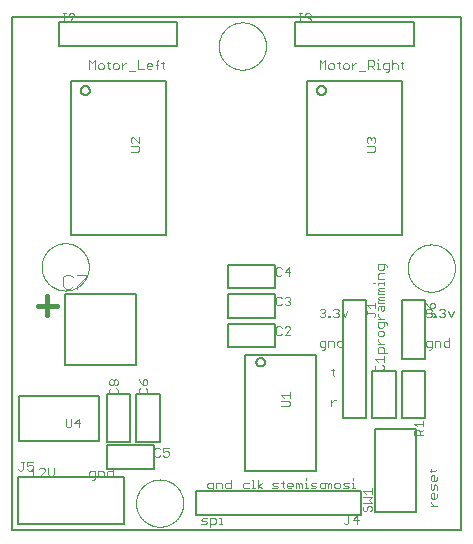
<source format=gto>
G75*
%MOIN*%
%OFA0B0*%
%FSLAX25Y25*%
%IPPOS*%
%LPD*%
%AMOC8*
5,1,8,0,0,1.08239X$1,22.5*
%
%ADD10C,0.00500*%
%ADD11C,0.00000*%
%ADD12C,0.00300*%
%ADD13C,0.00400*%
%ADD14C,0.01600*%
D10*
X0014113Y0032580D02*
X0014113Y0203840D01*
X0163719Y0203840D01*
X0163719Y0032580D01*
X0014113Y0032580D01*
X0016081Y0034549D02*
X0016081Y0050297D01*
X0051515Y0050297D01*
X0051515Y0034549D01*
X0016081Y0034549D01*
X0016475Y0062502D02*
X0043247Y0062502D01*
X0043247Y0077462D01*
X0016475Y0077462D01*
X0016475Y0062502D01*
X0031830Y0087698D02*
X0031830Y0111321D01*
X0055452Y0111321D01*
X0055452Y0087698D01*
X0031830Y0087698D01*
X0045609Y0077856D02*
X0045609Y0062108D01*
X0053483Y0062108D01*
X0053483Y0077856D01*
X0045609Y0077856D01*
X0055452Y0077856D02*
X0055452Y0062108D01*
X0063326Y0062108D01*
X0063326Y0077856D01*
X0055452Y0077856D01*
X0061357Y0060927D02*
X0045609Y0060927D01*
X0045609Y0053053D01*
X0061357Y0053053D01*
X0061357Y0060927D01*
X0075373Y0045533D02*
X0130491Y0045533D01*
X0130491Y0037659D01*
X0075373Y0037659D01*
X0075373Y0045533D01*
X0091869Y0052423D02*
X0115491Y0052423D01*
X0115491Y0091006D01*
X0091869Y0091006D01*
X0091869Y0052423D01*
X0095567Y0088643D02*
X0095569Y0088718D01*
X0095575Y0088793D01*
X0095585Y0088867D01*
X0095599Y0088941D01*
X0095616Y0089014D01*
X0095638Y0089085D01*
X0095663Y0089156D01*
X0095692Y0089225D01*
X0095724Y0089293D01*
X0095760Y0089358D01*
X0095800Y0089422D01*
X0095843Y0089484D01*
X0095889Y0089543D01*
X0095938Y0089600D01*
X0095990Y0089654D01*
X0096044Y0089705D01*
X0096102Y0089753D01*
X0096161Y0089798D01*
X0096224Y0089840D01*
X0096288Y0089879D01*
X0096354Y0089914D01*
X0096422Y0089946D01*
X0096492Y0089974D01*
X0096562Y0089998D01*
X0096635Y0090019D01*
X0096708Y0090035D01*
X0096782Y0090048D01*
X0096856Y0090057D01*
X0096931Y0090062D01*
X0097006Y0090063D01*
X0097081Y0090060D01*
X0097155Y0090053D01*
X0097229Y0090042D01*
X0097303Y0090027D01*
X0097376Y0090009D01*
X0097447Y0089986D01*
X0097517Y0089960D01*
X0097586Y0089930D01*
X0097653Y0089897D01*
X0097719Y0089860D01*
X0097782Y0089820D01*
X0097843Y0089776D01*
X0097901Y0089729D01*
X0097957Y0089680D01*
X0098011Y0089627D01*
X0098061Y0089572D01*
X0098109Y0089514D01*
X0098153Y0089453D01*
X0098194Y0089391D01*
X0098232Y0089326D01*
X0098266Y0089259D01*
X0098297Y0089191D01*
X0098324Y0089121D01*
X0098348Y0089050D01*
X0098367Y0088977D01*
X0098383Y0088904D01*
X0098395Y0088830D01*
X0098403Y0088755D01*
X0098407Y0088680D01*
X0098407Y0088606D01*
X0098403Y0088531D01*
X0098395Y0088456D01*
X0098383Y0088382D01*
X0098367Y0088309D01*
X0098348Y0088236D01*
X0098324Y0088165D01*
X0098297Y0088095D01*
X0098266Y0088027D01*
X0098232Y0087960D01*
X0098194Y0087895D01*
X0098153Y0087833D01*
X0098109Y0087772D01*
X0098061Y0087714D01*
X0098011Y0087659D01*
X0097957Y0087606D01*
X0097901Y0087557D01*
X0097843Y0087510D01*
X0097782Y0087466D01*
X0097719Y0087426D01*
X0097653Y0087389D01*
X0097586Y0087356D01*
X0097517Y0087326D01*
X0097447Y0087300D01*
X0097376Y0087277D01*
X0097303Y0087259D01*
X0097229Y0087244D01*
X0097155Y0087233D01*
X0097081Y0087226D01*
X0097006Y0087223D01*
X0096931Y0087224D01*
X0096856Y0087229D01*
X0096782Y0087238D01*
X0096708Y0087251D01*
X0096635Y0087267D01*
X0096562Y0087288D01*
X0096492Y0087312D01*
X0096422Y0087340D01*
X0096354Y0087372D01*
X0096288Y0087407D01*
X0096224Y0087446D01*
X0096161Y0087488D01*
X0096102Y0087533D01*
X0096044Y0087581D01*
X0095990Y0087632D01*
X0095938Y0087686D01*
X0095889Y0087743D01*
X0095843Y0087802D01*
X0095800Y0087864D01*
X0095760Y0087928D01*
X0095724Y0087993D01*
X0095692Y0088061D01*
X0095663Y0088130D01*
X0095638Y0088201D01*
X0095616Y0088272D01*
X0095599Y0088345D01*
X0095585Y0088419D01*
X0095575Y0088493D01*
X0095569Y0088568D01*
X0095567Y0088643D01*
X0101908Y0093604D02*
X0101908Y0101478D01*
X0086160Y0101478D01*
X0086160Y0093604D01*
X0101908Y0093604D01*
X0101908Y0103446D02*
X0101908Y0111321D01*
X0086160Y0111321D01*
X0086160Y0103446D01*
X0101908Y0103446D01*
X0101908Y0113289D02*
X0101908Y0121163D01*
X0086160Y0121163D01*
X0086160Y0113289D01*
X0101908Y0113289D01*
X0112538Y0131006D02*
X0112538Y0182187D01*
X0144034Y0182187D01*
X0144034Y0131006D01*
X0112538Y0131006D01*
X0124349Y0109352D02*
X0124349Y0069982D01*
X0132223Y0069982D01*
X0132223Y0109352D01*
X0124349Y0109352D01*
X0134192Y0085730D02*
X0134192Y0069982D01*
X0142066Y0069982D01*
X0142066Y0085730D01*
X0134192Y0085730D01*
X0144034Y0085730D02*
X0151908Y0085730D01*
X0151908Y0069982D01*
X0144034Y0069982D01*
X0144034Y0085730D01*
X0144034Y0089667D02*
X0144034Y0109352D01*
X0151908Y0109352D01*
X0151908Y0089667D01*
X0144034Y0089667D01*
X0148877Y0066439D02*
X0135176Y0066439D01*
X0135176Y0038565D01*
X0148877Y0038565D01*
X0148877Y0066439D01*
X0065294Y0131006D02*
X0033798Y0131006D01*
X0033798Y0182187D01*
X0065294Y0182187D01*
X0065294Y0131006D01*
X0037023Y0179234D02*
X0037025Y0179311D01*
X0037031Y0179388D01*
X0037041Y0179465D01*
X0037055Y0179541D01*
X0037072Y0179616D01*
X0037094Y0179690D01*
X0037119Y0179763D01*
X0037148Y0179834D01*
X0037181Y0179904D01*
X0037217Y0179972D01*
X0037257Y0180039D01*
X0037300Y0180103D01*
X0037347Y0180164D01*
X0037396Y0180224D01*
X0037448Y0180280D01*
X0037504Y0180334D01*
X0037562Y0180385D01*
X0037622Y0180433D01*
X0037685Y0180478D01*
X0037750Y0180519D01*
X0037818Y0180557D01*
X0037887Y0180592D01*
X0037957Y0180623D01*
X0038030Y0180650D01*
X0038103Y0180673D01*
X0038178Y0180693D01*
X0038253Y0180709D01*
X0038330Y0180721D01*
X0038406Y0180729D01*
X0038483Y0180733D01*
X0038561Y0180733D01*
X0038638Y0180729D01*
X0038714Y0180721D01*
X0038791Y0180709D01*
X0038866Y0180693D01*
X0038941Y0180673D01*
X0039014Y0180650D01*
X0039087Y0180623D01*
X0039157Y0180592D01*
X0039226Y0180557D01*
X0039294Y0180519D01*
X0039359Y0180478D01*
X0039422Y0180433D01*
X0039482Y0180385D01*
X0039540Y0180334D01*
X0039596Y0180280D01*
X0039648Y0180224D01*
X0039697Y0180164D01*
X0039744Y0180103D01*
X0039787Y0180039D01*
X0039827Y0179972D01*
X0039863Y0179904D01*
X0039896Y0179834D01*
X0039925Y0179763D01*
X0039950Y0179690D01*
X0039972Y0179616D01*
X0039989Y0179541D01*
X0040003Y0179465D01*
X0040013Y0179388D01*
X0040019Y0179311D01*
X0040021Y0179234D01*
X0040019Y0179157D01*
X0040013Y0179080D01*
X0040003Y0179003D01*
X0039989Y0178927D01*
X0039972Y0178852D01*
X0039950Y0178778D01*
X0039925Y0178705D01*
X0039896Y0178634D01*
X0039863Y0178564D01*
X0039827Y0178496D01*
X0039787Y0178429D01*
X0039744Y0178365D01*
X0039697Y0178304D01*
X0039648Y0178244D01*
X0039596Y0178188D01*
X0039540Y0178134D01*
X0039482Y0178083D01*
X0039422Y0178035D01*
X0039359Y0177990D01*
X0039294Y0177949D01*
X0039226Y0177911D01*
X0039157Y0177876D01*
X0039087Y0177845D01*
X0039014Y0177818D01*
X0038941Y0177795D01*
X0038866Y0177775D01*
X0038791Y0177759D01*
X0038714Y0177747D01*
X0038638Y0177739D01*
X0038561Y0177735D01*
X0038483Y0177735D01*
X0038406Y0177739D01*
X0038330Y0177747D01*
X0038253Y0177759D01*
X0038178Y0177775D01*
X0038103Y0177795D01*
X0038030Y0177818D01*
X0037957Y0177845D01*
X0037887Y0177876D01*
X0037818Y0177911D01*
X0037750Y0177949D01*
X0037685Y0177990D01*
X0037622Y0178035D01*
X0037562Y0178083D01*
X0037504Y0178134D01*
X0037448Y0178188D01*
X0037396Y0178244D01*
X0037347Y0178304D01*
X0037300Y0178365D01*
X0037257Y0178429D01*
X0037217Y0178496D01*
X0037181Y0178564D01*
X0037148Y0178634D01*
X0037119Y0178705D01*
X0037094Y0178778D01*
X0037072Y0178852D01*
X0037055Y0178927D01*
X0037041Y0179003D01*
X0037031Y0179080D01*
X0037025Y0179157D01*
X0037023Y0179234D01*
X0029861Y0193998D02*
X0069231Y0193998D01*
X0069231Y0201872D01*
X0029861Y0201872D01*
X0029861Y0193998D01*
X0108601Y0193998D02*
X0147971Y0193998D01*
X0147971Y0201872D01*
X0108601Y0201872D01*
X0108601Y0193998D01*
X0115764Y0179234D02*
X0115766Y0179311D01*
X0115772Y0179388D01*
X0115782Y0179465D01*
X0115796Y0179541D01*
X0115813Y0179616D01*
X0115835Y0179690D01*
X0115860Y0179763D01*
X0115889Y0179834D01*
X0115922Y0179904D01*
X0115958Y0179972D01*
X0115998Y0180039D01*
X0116041Y0180103D01*
X0116088Y0180164D01*
X0116137Y0180224D01*
X0116189Y0180280D01*
X0116245Y0180334D01*
X0116303Y0180385D01*
X0116363Y0180433D01*
X0116426Y0180478D01*
X0116491Y0180519D01*
X0116559Y0180557D01*
X0116628Y0180592D01*
X0116698Y0180623D01*
X0116771Y0180650D01*
X0116844Y0180673D01*
X0116919Y0180693D01*
X0116994Y0180709D01*
X0117071Y0180721D01*
X0117147Y0180729D01*
X0117224Y0180733D01*
X0117302Y0180733D01*
X0117379Y0180729D01*
X0117455Y0180721D01*
X0117532Y0180709D01*
X0117607Y0180693D01*
X0117682Y0180673D01*
X0117755Y0180650D01*
X0117828Y0180623D01*
X0117898Y0180592D01*
X0117967Y0180557D01*
X0118035Y0180519D01*
X0118100Y0180478D01*
X0118163Y0180433D01*
X0118223Y0180385D01*
X0118281Y0180334D01*
X0118337Y0180280D01*
X0118389Y0180224D01*
X0118438Y0180164D01*
X0118485Y0180103D01*
X0118528Y0180039D01*
X0118568Y0179972D01*
X0118604Y0179904D01*
X0118637Y0179834D01*
X0118666Y0179763D01*
X0118691Y0179690D01*
X0118713Y0179616D01*
X0118730Y0179541D01*
X0118744Y0179465D01*
X0118754Y0179388D01*
X0118760Y0179311D01*
X0118762Y0179234D01*
X0118760Y0179157D01*
X0118754Y0179080D01*
X0118744Y0179003D01*
X0118730Y0178927D01*
X0118713Y0178852D01*
X0118691Y0178778D01*
X0118666Y0178705D01*
X0118637Y0178634D01*
X0118604Y0178564D01*
X0118568Y0178496D01*
X0118528Y0178429D01*
X0118485Y0178365D01*
X0118438Y0178304D01*
X0118389Y0178244D01*
X0118337Y0178188D01*
X0118281Y0178134D01*
X0118223Y0178083D01*
X0118163Y0178035D01*
X0118100Y0177990D01*
X0118035Y0177949D01*
X0117967Y0177911D01*
X0117898Y0177876D01*
X0117828Y0177845D01*
X0117755Y0177818D01*
X0117682Y0177795D01*
X0117607Y0177775D01*
X0117532Y0177759D01*
X0117455Y0177747D01*
X0117379Y0177739D01*
X0117302Y0177735D01*
X0117224Y0177735D01*
X0117147Y0177739D01*
X0117071Y0177747D01*
X0116994Y0177759D01*
X0116919Y0177775D01*
X0116844Y0177795D01*
X0116771Y0177818D01*
X0116698Y0177845D01*
X0116628Y0177876D01*
X0116559Y0177911D01*
X0116491Y0177949D01*
X0116426Y0177990D01*
X0116363Y0178035D01*
X0116303Y0178083D01*
X0116245Y0178134D01*
X0116189Y0178188D01*
X0116137Y0178244D01*
X0116088Y0178304D01*
X0116041Y0178365D01*
X0115998Y0178429D01*
X0115958Y0178496D01*
X0115922Y0178564D01*
X0115889Y0178634D01*
X0115860Y0178705D01*
X0115835Y0178778D01*
X0115813Y0178852D01*
X0115796Y0178927D01*
X0115782Y0179003D01*
X0115772Y0179080D01*
X0115766Y0179157D01*
X0115764Y0179234D01*
D11*
X0083011Y0193998D02*
X0083013Y0194191D01*
X0083020Y0194384D01*
X0083032Y0194577D01*
X0083049Y0194770D01*
X0083070Y0194962D01*
X0083096Y0195153D01*
X0083127Y0195344D01*
X0083162Y0195534D01*
X0083202Y0195723D01*
X0083247Y0195911D01*
X0083296Y0196098D01*
X0083350Y0196284D01*
X0083408Y0196468D01*
X0083471Y0196651D01*
X0083539Y0196832D01*
X0083610Y0197011D01*
X0083687Y0197189D01*
X0083767Y0197365D01*
X0083852Y0197538D01*
X0083941Y0197710D01*
X0084034Y0197879D01*
X0084131Y0198046D01*
X0084233Y0198211D01*
X0084338Y0198373D01*
X0084447Y0198532D01*
X0084561Y0198689D01*
X0084678Y0198842D01*
X0084798Y0198993D01*
X0084923Y0199141D01*
X0085051Y0199286D01*
X0085182Y0199427D01*
X0085317Y0199566D01*
X0085456Y0199701D01*
X0085597Y0199832D01*
X0085742Y0199960D01*
X0085890Y0200085D01*
X0086041Y0200205D01*
X0086194Y0200322D01*
X0086351Y0200436D01*
X0086510Y0200545D01*
X0086672Y0200650D01*
X0086837Y0200752D01*
X0087004Y0200849D01*
X0087173Y0200942D01*
X0087345Y0201031D01*
X0087518Y0201116D01*
X0087694Y0201196D01*
X0087872Y0201273D01*
X0088051Y0201344D01*
X0088232Y0201412D01*
X0088415Y0201475D01*
X0088599Y0201533D01*
X0088785Y0201587D01*
X0088972Y0201636D01*
X0089160Y0201681D01*
X0089349Y0201721D01*
X0089539Y0201756D01*
X0089730Y0201787D01*
X0089921Y0201813D01*
X0090113Y0201834D01*
X0090306Y0201851D01*
X0090499Y0201863D01*
X0090692Y0201870D01*
X0090885Y0201872D01*
X0091078Y0201870D01*
X0091271Y0201863D01*
X0091464Y0201851D01*
X0091657Y0201834D01*
X0091849Y0201813D01*
X0092040Y0201787D01*
X0092231Y0201756D01*
X0092421Y0201721D01*
X0092610Y0201681D01*
X0092798Y0201636D01*
X0092985Y0201587D01*
X0093171Y0201533D01*
X0093355Y0201475D01*
X0093538Y0201412D01*
X0093719Y0201344D01*
X0093898Y0201273D01*
X0094076Y0201196D01*
X0094252Y0201116D01*
X0094425Y0201031D01*
X0094597Y0200942D01*
X0094766Y0200849D01*
X0094933Y0200752D01*
X0095098Y0200650D01*
X0095260Y0200545D01*
X0095419Y0200436D01*
X0095576Y0200322D01*
X0095729Y0200205D01*
X0095880Y0200085D01*
X0096028Y0199960D01*
X0096173Y0199832D01*
X0096314Y0199701D01*
X0096453Y0199566D01*
X0096588Y0199427D01*
X0096719Y0199286D01*
X0096847Y0199141D01*
X0096972Y0198993D01*
X0097092Y0198842D01*
X0097209Y0198689D01*
X0097323Y0198532D01*
X0097432Y0198373D01*
X0097537Y0198211D01*
X0097639Y0198046D01*
X0097736Y0197879D01*
X0097829Y0197710D01*
X0097918Y0197538D01*
X0098003Y0197365D01*
X0098083Y0197189D01*
X0098160Y0197011D01*
X0098231Y0196832D01*
X0098299Y0196651D01*
X0098362Y0196468D01*
X0098420Y0196284D01*
X0098474Y0196098D01*
X0098523Y0195911D01*
X0098568Y0195723D01*
X0098608Y0195534D01*
X0098643Y0195344D01*
X0098674Y0195153D01*
X0098700Y0194962D01*
X0098721Y0194770D01*
X0098738Y0194577D01*
X0098750Y0194384D01*
X0098757Y0194191D01*
X0098759Y0193998D01*
X0098757Y0193805D01*
X0098750Y0193612D01*
X0098738Y0193419D01*
X0098721Y0193226D01*
X0098700Y0193034D01*
X0098674Y0192843D01*
X0098643Y0192652D01*
X0098608Y0192462D01*
X0098568Y0192273D01*
X0098523Y0192085D01*
X0098474Y0191898D01*
X0098420Y0191712D01*
X0098362Y0191528D01*
X0098299Y0191345D01*
X0098231Y0191164D01*
X0098160Y0190985D01*
X0098083Y0190807D01*
X0098003Y0190631D01*
X0097918Y0190458D01*
X0097829Y0190286D01*
X0097736Y0190117D01*
X0097639Y0189950D01*
X0097537Y0189785D01*
X0097432Y0189623D01*
X0097323Y0189464D01*
X0097209Y0189307D01*
X0097092Y0189154D01*
X0096972Y0189003D01*
X0096847Y0188855D01*
X0096719Y0188710D01*
X0096588Y0188569D01*
X0096453Y0188430D01*
X0096314Y0188295D01*
X0096173Y0188164D01*
X0096028Y0188036D01*
X0095880Y0187911D01*
X0095729Y0187791D01*
X0095576Y0187674D01*
X0095419Y0187560D01*
X0095260Y0187451D01*
X0095098Y0187346D01*
X0094933Y0187244D01*
X0094766Y0187147D01*
X0094597Y0187054D01*
X0094425Y0186965D01*
X0094252Y0186880D01*
X0094076Y0186800D01*
X0093898Y0186723D01*
X0093719Y0186652D01*
X0093538Y0186584D01*
X0093355Y0186521D01*
X0093171Y0186463D01*
X0092985Y0186409D01*
X0092798Y0186360D01*
X0092610Y0186315D01*
X0092421Y0186275D01*
X0092231Y0186240D01*
X0092040Y0186209D01*
X0091849Y0186183D01*
X0091657Y0186162D01*
X0091464Y0186145D01*
X0091271Y0186133D01*
X0091078Y0186126D01*
X0090885Y0186124D01*
X0090692Y0186126D01*
X0090499Y0186133D01*
X0090306Y0186145D01*
X0090113Y0186162D01*
X0089921Y0186183D01*
X0089730Y0186209D01*
X0089539Y0186240D01*
X0089349Y0186275D01*
X0089160Y0186315D01*
X0088972Y0186360D01*
X0088785Y0186409D01*
X0088599Y0186463D01*
X0088415Y0186521D01*
X0088232Y0186584D01*
X0088051Y0186652D01*
X0087872Y0186723D01*
X0087694Y0186800D01*
X0087518Y0186880D01*
X0087345Y0186965D01*
X0087173Y0187054D01*
X0087004Y0187147D01*
X0086837Y0187244D01*
X0086672Y0187346D01*
X0086510Y0187451D01*
X0086351Y0187560D01*
X0086194Y0187674D01*
X0086041Y0187791D01*
X0085890Y0187911D01*
X0085742Y0188036D01*
X0085597Y0188164D01*
X0085456Y0188295D01*
X0085317Y0188430D01*
X0085182Y0188569D01*
X0085051Y0188710D01*
X0084923Y0188855D01*
X0084798Y0189003D01*
X0084678Y0189154D01*
X0084561Y0189307D01*
X0084447Y0189464D01*
X0084338Y0189623D01*
X0084233Y0189785D01*
X0084131Y0189950D01*
X0084034Y0190117D01*
X0083941Y0190286D01*
X0083852Y0190458D01*
X0083767Y0190631D01*
X0083687Y0190807D01*
X0083610Y0190985D01*
X0083539Y0191164D01*
X0083471Y0191345D01*
X0083408Y0191528D01*
X0083350Y0191712D01*
X0083296Y0191898D01*
X0083247Y0192085D01*
X0083202Y0192273D01*
X0083162Y0192462D01*
X0083127Y0192652D01*
X0083096Y0192843D01*
X0083070Y0193034D01*
X0083049Y0193226D01*
X0083032Y0193419D01*
X0083020Y0193612D01*
X0083013Y0193805D01*
X0083011Y0193998D01*
X0023956Y0120376D02*
X0023958Y0120569D01*
X0023965Y0120762D01*
X0023977Y0120955D01*
X0023994Y0121148D01*
X0024015Y0121340D01*
X0024041Y0121531D01*
X0024072Y0121722D01*
X0024107Y0121912D01*
X0024147Y0122101D01*
X0024192Y0122289D01*
X0024241Y0122476D01*
X0024295Y0122662D01*
X0024353Y0122846D01*
X0024416Y0123029D01*
X0024484Y0123210D01*
X0024555Y0123389D01*
X0024632Y0123567D01*
X0024712Y0123743D01*
X0024797Y0123916D01*
X0024886Y0124088D01*
X0024979Y0124257D01*
X0025076Y0124424D01*
X0025178Y0124589D01*
X0025283Y0124751D01*
X0025392Y0124910D01*
X0025506Y0125067D01*
X0025623Y0125220D01*
X0025743Y0125371D01*
X0025868Y0125519D01*
X0025996Y0125664D01*
X0026127Y0125805D01*
X0026262Y0125944D01*
X0026401Y0126079D01*
X0026542Y0126210D01*
X0026687Y0126338D01*
X0026835Y0126463D01*
X0026986Y0126583D01*
X0027139Y0126700D01*
X0027296Y0126814D01*
X0027455Y0126923D01*
X0027617Y0127028D01*
X0027782Y0127130D01*
X0027949Y0127227D01*
X0028118Y0127320D01*
X0028290Y0127409D01*
X0028463Y0127494D01*
X0028639Y0127574D01*
X0028817Y0127651D01*
X0028996Y0127722D01*
X0029177Y0127790D01*
X0029360Y0127853D01*
X0029544Y0127911D01*
X0029730Y0127965D01*
X0029917Y0128014D01*
X0030105Y0128059D01*
X0030294Y0128099D01*
X0030484Y0128134D01*
X0030675Y0128165D01*
X0030866Y0128191D01*
X0031058Y0128212D01*
X0031251Y0128229D01*
X0031444Y0128241D01*
X0031637Y0128248D01*
X0031830Y0128250D01*
X0032023Y0128248D01*
X0032216Y0128241D01*
X0032409Y0128229D01*
X0032602Y0128212D01*
X0032794Y0128191D01*
X0032985Y0128165D01*
X0033176Y0128134D01*
X0033366Y0128099D01*
X0033555Y0128059D01*
X0033743Y0128014D01*
X0033930Y0127965D01*
X0034116Y0127911D01*
X0034300Y0127853D01*
X0034483Y0127790D01*
X0034664Y0127722D01*
X0034843Y0127651D01*
X0035021Y0127574D01*
X0035197Y0127494D01*
X0035370Y0127409D01*
X0035542Y0127320D01*
X0035711Y0127227D01*
X0035878Y0127130D01*
X0036043Y0127028D01*
X0036205Y0126923D01*
X0036364Y0126814D01*
X0036521Y0126700D01*
X0036674Y0126583D01*
X0036825Y0126463D01*
X0036973Y0126338D01*
X0037118Y0126210D01*
X0037259Y0126079D01*
X0037398Y0125944D01*
X0037533Y0125805D01*
X0037664Y0125664D01*
X0037792Y0125519D01*
X0037917Y0125371D01*
X0038037Y0125220D01*
X0038154Y0125067D01*
X0038268Y0124910D01*
X0038377Y0124751D01*
X0038482Y0124589D01*
X0038584Y0124424D01*
X0038681Y0124257D01*
X0038774Y0124088D01*
X0038863Y0123916D01*
X0038948Y0123743D01*
X0039028Y0123567D01*
X0039105Y0123389D01*
X0039176Y0123210D01*
X0039244Y0123029D01*
X0039307Y0122846D01*
X0039365Y0122662D01*
X0039419Y0122476D01*
X0039468Y0122289D01*
X0039513Y0122101D01*
X0039553Y0121912D01*
X0039588Y0121722D01*
X0039619Y0121531D01*
X0039645Y0121340D01*
X0039666Y0121148D01*
X0039683Y0120955D01*
X0039695Y0120762D01*
X0039702Y0120569D01*
X0039704Y0120376D01*
X0039702Y0120183D01*
X0039695Y0119990D01*
X0039683Y0119797D01*
X0039666Y0119604D01*
X0039645Y0119412D01*
X0039619Y0119221D01*
X0039588Y0119030D01*
X0039553Y0118840D01*
X0039513Y0118651D01*
X0039468Y0118463D01*
X0039419Y0118276D01*
X0039365Y0118090D01*
X0039307Y0117906D01*
X0039244Y0117723D01*
X0039176Y0117542D01*
X0039105Y0117363D01*
X0039028Y0117185D01*
X0038948Y0117009D01*
X0038863Y0116836D01*
X0038774Y0116664D01*
X0038681Y0116495D01*
X0038584Y0116328D01*
X0038482Y0116163D01*
X0038377Y0116001D01*
X0038268Y0115842D01*
X0038154Y0115685D01*
X0038037Y0115532D01*
X0037917Y0115381D01*
X0037792Y0115233D01*
X0037664Y0115088D01*
X0037533Y0114947D01*
X0037398Y0114808D01*
X0037259Y0114673D01*
X0037118Y0114542D01*
X0036973Y0114414D01*
X0036825Y0114289D01*
X0036674Y0114169D01*
X0036521Y0114052D01*
X0036364Y0113938D01*
X0036205Y0113829D01*
X0036043Y0113724D01*
X0035878Y0113622D01*
X0035711Y0113525D01*
X0035542Y0113432D01*
X0035370Y0113343D01*
X0035197Y0113258D01*
X0035021Y0113178D01*
X0034843Y0113101D01*
X0034664Y0113030D01*
X0034483Y0112962D01*
X0034300Y0112899D01*
X0034116Y0112841D01*
X0033930Y0112787D01*
X0033743Y0112738D01*
X0033555Y0112693D01*
X0033366Y0112653D01*
X0033176Y0112618D01*
X0032985Y0112587D01*
X0032794Y0112561D01*
X0032602Y0112540D01*
X0032409Y0112523D01*
X0032216Y0112511D01*
X0032023Y0112504D01*
X0031830Y0112502D01*
X0031637Y0112504D01*
X0031444Y0112511D01*
X0031251Y0112523D01*
X0031058Y0112540D01*
X0030866Y0112561D01*
X0030675Y0112587D01*
X0030484Y0112618D01*
X0030294Y0112653D01*
X0030105Y0112693D01*
X0029917Y0112738D01*
X0029730Y0112787D01*
X0029544Y0112841D01*
X0029360Y0112899D01*
X0029177Y0112962D01*
X0028996Y0113030D01*
X0028817Y0113101D01*
X0028639Y0113178D01*
X0028463Y0113258D01*
X0028290Y0113343D01*
X0028118Y0113432D01*
X0027949Y0113525D01*
X0027782Y0113622D01*
X0027617Y0113724D01*
X0027455Y0113829D01*
X0027296Y0113938D01*
X0027139Y0114052D01*
X0026986Y0114169D01*
X0026835Y0114289D01*
X0026687Y0114414D01*
X0026542Y0114542D01*
X0026401Y0114673D01*
X0026262Y0114808D01*
X0026127Y0114947D01*
X0025996Y0115088D01*
X0025868Y0115233D01*
X0025743Y0115381D01*
X0025623Y0115532D01*
X0025506Y0115685D01*
X0025392Y0115842D01*
X0025283Y0116001D01*
X0025178Y0116163D01*
X0025076Y0116328D01*
X0024979Y0116495D01*
X0024886Y0116664D01*
X0024797Y0116836D01*
X0024712Y0117009D01*
X0024632Y0117185D01*
X0024555Y0117363D01*
X0024484Y0117542D01*
X0024416Y0117723D01*
X0024353Y0117906D01*
X0024295Y0118090D01*
X0024241Y0118276D01*
X0024192Y0118463D01*
X0024147Y0118651D01*
X0024107Y0118840D01*
X0024072Y0119030D01*
X0024041Y0119221D01*
X0024015Y0119412D01*
X0023994Y0119604D01*
X0023977Y0119797D01*
X0023965Y0119990D01*
X0023958Y0120183D01*
X0023956Y0120376D01*
X0055452Y0041635D02*
X0055454Y0041828D01*
X0055461Y0042021D01*
X0055473Y0042214D01*
X0055490Y0042407D01*
X0055511Y0042599D01*
X0055537Y0042790D01*
X0055568Y0042981D01*
X0055603Y0043171D01*
X0055643Y0043360D01*
X0055688Y0043548D01*
X0055737Y0043735D01*
X0055791Y0043921D01*
X0055849Y0044105D01*
X0055912Y0044288D01*
X0055980Y0044469D01*
X0056051Y0044648D01*
X0056128Y0044826D01*
X0056208Y0045002D01*
X0056293Y0045175D01*
X0056382Y0045347D01*
X0056475Y0045516D01*
X0056572Y0045683D01*
X0056674Y0045848D01*
X0056779Y0046010D01*
X0056888Y0046169D01*
X0057002Y0046326D01*
X0057119Y0046479D01*
X0057239Y0046630D01*
X0057364Y0046778D01*
X0057492Y0046923D01*
X0057623Y0047064D01*
X0057758Y0047203D01*
X0057897Y0047338D01*
X0058038Y0047469D01*
X0058183Y0047597D01*
X0058331Y0047722D01*
X0058482Y0047842D01*
X0058635Y0047959D01*
X0058792Y0048073D01*
X0058951Y0048182D01*
X0059113Y0048287D01*
X0059278Y0048389D01*
X0059445Y0048486D01*
X0059614Y0048579D01*
X0059786Y0048668D01*
X0059959Y0048753D01*
X0060135Y0048833D01*
X0060313Y0048910D01*
X0060492Y0048981D01*
X0060673Y0049049D01*
X0060856Y0049112D01*
X0061040Y0049170D01*
X0061226Y0049224D01*
X0061413Y0049273D01*
X0061601Y0049318D01*
X0061790Y0049358D01*
X0061980Y0049393D01*
X0062171Y0049424D01*
X0062362Y0049450D01*
X0062554Y0049471D01*
X0062747Y0049488D01*
X0062940Y0049500D01*
X0063133Y0049507D01*
X0063326Y0049509D01*
X0063519Y0049507D01*
X0063712Y0049500D01*
X0063905Y0049488D01*
X0064098Y0049471D01*
X0064290Y0049450D01*
X0064481Y0049424D01*
X0064672Y0049393D01*
X0064862Y0049358D01*
X0065051Y0049318D01*
X0065239Y0049273D01*
X0065426Y0049224D01*
X0065612Y0049170D01*
X0065796Y0049112D01*
X0065979Y0049049D01*
X0066160Y0048981D01*
X0066339Y0048910D01*
X0066517Y0048833D01*
X0066693Y0048753D01*
X0066866Y0048668D01*
X0067038Y0048579D01*
X0067207Y0048486D01*
X0067374Y0048389D01*
X0067539Y0048287D01*
X0067701Y0048182D01*
X0067860Y0048073D01*
X0068017Y0047959D01*
X0068170Y0047842D01*
X0068321Y0047722D01*
X0068469Y0047597D01*
X0068614Y0047469D01*
X0068755Y0047338D01*
X0068894Y0047203D01*
X0069029Y0047064D01*
X0069160Y0046923D01*
X0069288Y0046778D01*
X0069413Y0046630D01*
X0069533Y0046479D01*
X0069650Y0046326D01*
X0069764Y0046169D01*
X0069873Y0046010D01*
X0069978Y0045848D01*
X0070080Y0045683D01*
X0070177Y0045516D01*
X0070270Y0045347D01*
X0070359Y0045175D01*
X0070444Y0045002D01*
X0070524Y0044826D01*
X0070601Y0044648D01*
X0070672Y0044469D01*
X0070740Y0044288D01*
X0070803Y0044105D01*
X0070861Y0043921D01*
X0070915Y0043735D01*
X0070964Y0043548D01*
X0071009Y0043360D01*
X0071049Y0043171D01*
X0071084Y0042981D01*
X0071115Y0042790D01*
X0071141Y0042599D01*
X0071162Y0042407D01*
X0071179Y0042214D01*
X0071191Y0042021D01*
X0071198Y0041828D01*
X0071200Y0041635D01*
X0071198Y0041442D01*
X0071191Y0041249D01*
X0071179Y0041056D01*
X0071162Y0040863D01*
X0071141Y0040671D01*
X0071115Y0040480D01*
X0071084Y0040289D01*
X0071049Y0040099D01*
X0071009Y0039910D01*
X0070964Y0039722D01*
X0070915Y0039535D01*
X0070861Y0039349D01*
X0070803Y0039165D01*
X0070740Y0038982D01*
X0070672Y0038801D01*
X0070601Y0038622D01*
X0070524Y0038444D01*
X0070444Y0038268D01*
X0070359Y0038095D01*
X0070270Y0037923D01*
X0070177Y0037754D01*
X0070080Y0037587D01*
X0069978Y0037422D01*
X0069873Y0037260D01*
X0069764Y0037101D01*
X0069650Y0036944D01*
X0069533Y0036791D01*
X0069413Y0036640D01*
X0069288Y0036492D01*
X0069160Y0036347D01*
X0069029Y0036206D01*
X0068894Y0036067D01*
X0068755Y0035932D01*
X0068614Y0035801D01*
X0068469Y0035673D01*
X0068321Y0035548D01*
X0068170Y0035428D01*
X0068017Y0035311D01*
X0067860Y0035197D01*
X0067701Y0035088D01*
X0067539Y0034983D01*
X0067374Y0034881D01*
X0067207Y0034784D01*
X0067038Y0034691D01*
X0066866Y0034602D01*
X0066693Y0034517D01*
X0066517Y0034437D01*
X0066339Y0034360D01*
X0066160Y0034289D01*
X0065979Y0034221D01*
X0065796Y0034158D01*
X0065612Y0034100D01*
X0065426Y0034046D01*
X0065239Y0033997D01*
X0065051Y0033952D01*
X0064862Y0033912D01*
X0064672Y0033877D01*
X0064481Y0033846D01*
X0064290Y0033820D01*
X0064098Y0033799D01*
X0063905Y0033782D01*
X0063712Y0033770D01*
X0063519Y0033763D01*
X0063326Y0033761D01*
X0063133Y0033763D01*
X0062940Y0033770D01*
X0062747Y0033782D01*
X0062554Y0033799D01*
X0062362Y0033820D01*
X0062171Y0033846D01*
X0061980Y0033877D01*
X0061790Y0033912D01*
X0061601Y0033952D01*
X0061413Y0033997D01*
X0061226Y0034046D01*
X0061040Y0034100D01*
X0060856Y0034158D01*
X0060673Y0034221D01*
X0060492Y0034289D01*
X0060313Y0034360D01*
X0060135Y0034437D01*
X0059959Y0034517D01*
X0059786Y0034602D01*
X0059614Y0034691D01*
X0059445Y0034784D01*
X0059278Y0034881D01*
X0059113Y0034983D01*
X0058951Y0035088D01*
X0058792Y0035197D01*
X0058635Y0035311D01*
X0058482Y0035428D01*
X0058331Y0035548D01*
X0058183Y0035673D01*
X0058038Y0035801D01*
X0057897Y0035932D01*
X0057758Y0036067D01*
X0057623Y0036206D01*
X0057492Y0036347D01*
X0057364Y0036492D01*
X0057239Y0036640D01*
X0057119Y0036791D01*
X0057002Y0036944D01*
X0056888Y0037101D01*
X0056779Y0037260D01*
X0056674Y0037422D01*
X0056572Y0037587D01*
X0056475Y0037754D01*
X0056382Y0037923D01*
X0056293Y0038095D01*
X0056208Y0038268D01*
X0056128Y0038444D01*
X0056051Y0038622D01*
X0055980Y0038801D01*
X0055912Y0038982D01*
X0055849Y0039165D01*
X0055791Y0039349D01*
X0055737Y0039535D01*
X0055688Y0039722D01*
X0055643Y0039910D01*
X0055603Y0040099D01*
X0055568Y0040289D01*
X0055537Y0040480D01*
X0055511Y0040671D01*
X0055490Y0040863D01*
X0055473Y0041056D01*
X0055461Y0041249D01*
X0055454Y0041442D01*
X0055452Y0041635D01*
X0146003Y0119982D02*
X0146005Y0120175D01*
X0146012Y0120368D01*
X0146024Y0120561D01*
X0146041Y0120754D01*
X0146062Y0120946D01*
X0146088Y0121137D01*
X0146119Y0121328D01*
X0146154Y0121518D01*
X0146194Y0121707D01*
X0146239Y0121895D01*
X0146288Y0122082D01*
X0146342Y0122268D01*
X0146400Y0122452D01*
X0146463Y0122635D01*
X0146531Y0122816D01*
X0146602Y0122995D01*
X0146679Y0123173D01*
X0146759Y0123349D01*
X0146844Y0123522D01*
X0146933Y0123694D01*
X0147026Y0123863D01*
X0147123Y0124030D01*
X0147225Y0124195D01*
X0147330Y0124357D01*
X0147439Y0124516D01*
X0147553Y0124673D01*
X0147670Y0124826D01*
X0147790Y0124977D01*
X0147915Y0125125D01*
X0148043Y0125270D01*
X0148174Y0125411D01*
X0148309Y0125550D01*
X0148448Y0125685D01*
X0148589Y0125816D01*
X0148734Y0125944D01*
X0148882Y0126069D01*
X0149033Y0126189D01*
X0149186Y0126306D01*
X0149343Y0126420D01*
X0149502Y0126529D01*
X0149664Y0126634D01*
X0149829Y0126736D01*
X0149996Y0126833D01*
X0150165Y0126926D01*
X0150337Y0127015D01*
X0150510Y0127100D01*
X0150686Y0127180D01*
X0150864Y0127257D01*
X0151043Y0127328D01*
X0151224Y0127396D01*
X0151407Y0127459D01*
X0151591Y0127517D01*
X0151777Y0127571D01*
X0151964Y0127620D01*
X0152152Y0127665D01*
X0152341Y0127705D01*
X0152531Y0127740D01*
X0152722Y0127771D01*
X0152913Y0127797D01*
X0153105Y0127818D01*
X0153298Y0127835D01*
X0153491Y0127847D01*
X0153684Y0127854D01*
X0153877Y0127856D01*
X0154070Y0127854D01*
X0154263Y0127847D01*
X0154456Y0127835D01*
X0154649Y0127818D01*
X0154841Y0127797D01*
X0155032Y0127771D01*
X0155223Y0127740D01*
X0155413Y0127705D01*
X0155602Y0127665D01*
X0155790Y0127620D01*
X0155977Y0127571D01*
X0156163Y0127517D01*
X0156347Y0127459D01*
X0156530Y0127396D01*
X0156711Y0127328D01*
X0156890Y0127257D01*
X0157068Y0127180D01*
X0157244Y0127100D01*
X0157417Y0127015D01*
X0157589Y0126926D01*
X0157758Y0126833D01*
X0157925Y0126736D01*
X0158090Y0126634D01*
X0158252Y0126529D01*
X0158411Y0126420D01*
X0158568Y0126306D01*
X0158721Y0126189D01*
X0158872Y0126069D01*
X0159020Y0125944D01*
X0159165Y0125816D01*
X0159306Y0125685D01*
X0159445Y0125550D01*
X0159580Y0125411D01*
X0159711Y0125270D01*
X0159839Y0125125D01*
X0159964Y0124977D01*
X0160084Y0124826D01*
X0160201Y0124673D01*
X0160315Y0124516D01*
X0160424Y0124357D01*
X0160529Y0124195D01*
X0160631Y0124030D01*
X0160728Y0123863D01*
X0160821Y0123694D01*
X0160910Y0123522D01*
X0160995Y0123349D01*
X0161075Y0123173D01*
X0161152Y0122995D01*
X0161223Y0122816D01*
X0161291Y0122635D01*
X0161354Y0122452D01*
X0161412Y0122268D01*
X0161466Y0122082D01*
X0161515Y0121895D01*
X0161560Y0121707D01*
X0161600Y0121518D01*
X0161635Y0121328D01*
X0161666Y0121137D01*
X0161692Y0120946D01*
X0161713Y0120754D01*
X0161730Y0120561D01*
X0161742Y0120368D01*
X0161749Y0120175D01*
X0161751Y0119982D01*
X0161749Y0119789D01*
X0161742Y0119596D01*
X0161730Y0119403D01*
X0161713Y0119210D01*
X0161692Y0119018D01*
X0161666Y0118827D01*
X0161635Y0118636D01*
X0161600Y0118446D01*
X0161560Y0118257D01*
X0161515Y0118069D01*
X0161466Y0117882D01*
X0161412Y0117696D01*
X0161354Y0117512D01*
X0161291Y0117329D01*
X0161223Y0117148D01*
X0161152Y0116969D01*
X0161075Y0116791D01*
X0160995Y0116615D01*
X0160910Y0116442D01*
X0160821Y0116270D01*
X0160728Y0116101D01*
X0160631Y0115934D01*
X0160529Y0115769D01*
X0160424Y0115607D01*
X0160315Y0115448D01*
X0160201Y0115291D01*
X0160084Y0115138D01*
X0159964Y0114987D01*
X0159839Y0114839D01*
X0159711Y0114694D01*
X0159580Y0114553D01*
X0159445Y0114414D01*
X0159306Y0114279D01*
X0159165Y0114148D01*
X0159020Y0114020D01*
X0158872Y0113895D01*
X0158721Y0113775D01*
X0158568Y0113658D01*
X0158411Y0113544D01*
X0158252Y0113435D01*
X0158090Y0113330D01*
X0157925Y0113228D01*
X0157758Y0113131D01*
X0157589Y0113038D01*
X0157417Y0112949D01*
X0157244Y0112864D01*
X0157068Y0112784D01*
X0156890Y0112707D01*
X0156711Y0112636D01*
X0156530Y0112568D01*
X0156347Y0112505D01*
X0156163Y0112447D01*
X0155977Y0112393D01*
X0155790Y0112344D01*
X0155602Y0112299D01*
X0155413Y0112259D01*
X0155223Y0112224D01*
X0155032Y0112193D01*
X0154841Y0112167D01*
X0154649Y0112146D01*
X0154456Y0112129D01*
X0154263Y0112117D01*
X0154070Y0112110D01*
X0153877Y0112108D01*
X0153684Y0112110D01*
X0153491Y0112117D01*
X0153298Y0112129D01*
X0153105Y0112146D01*
X0152913Y0112167D01*
X0152722Y0112193D01*
X0152531Y0112224D01*
X0152341Y0112259D01*
X0152152Y0112299D01*
X0151964Y0112344D01*
X0151777Y0112393D01*
X0151591Y0112447D01*
X0151407Y0112505D01*
X0151224Y0112568D01*
X0151043Y0112636D01*
X0150864Y0112707D01*
X0150686Y0112784D01*
X0150510Y0112864D01*
X0150337Y0112949D01*
X0150165Y0113038D01*
X0149996Y0113131D01*
X0149829Y0113228D01*
X0149664Y0113330D01*
X0149502Y0113435D01*
X0149343Y0113544D01*
X0149186Y0113658D01*
X0149033Y0113775D01*
X0148882Y0113895D01*
X0148734Y0114020D01*
X0148589Y0114148D01*
X0148448Y0114279D01*
X0148309Y0114414D01*
X0148174Y0114553D01*
X0148043Y0114694D01*
X0147915Y0114839D01*
X0147790Y0114987D01*
X0147670Y0115138D01*
X0147553Y0115291D01*
X0147439Y0115448D01*
X0147330Y0115607D01*
X0147225Y0115769D01*
X0147123Y0115934D01*
X0147026Y0116101D01*
X0146933Y0116270D01*
X0146844Y0116442D01*
X0146759Y0116615D01*
X0146679Y0116791D01*
X0146602Y0116969D01*
X0146531Y0117148D01*
X0146463Y0117329D01*
X0146400Y0117512D01*
X0146342Y0117696D01*
X0146288Y0117882D01*
X0146239Y0118069D01*
X0146194Y0118257D01*
X0146154Y0118446D01*
X0146119Y0118636D01*
X0146088Y0118827D01*
X0146062Y0119018D01*
X0146041Y0119210D01*
X0146024Y0119403D01*
X0146012Y0119596D01*
X0146005Y0119789D01*
X0146003Y0119982D01*
D12*
X0138946Y0120254D02*
X0138946Y0120738D01*
X0138462Y0121221D01*
X0136044Y0121221D01*
X0136044Y0119770D01*
X0136527Y0119286D01*
X0137495Y0119286D01*
X0137979Y0119770D01*
X0137979Y0121221D01*
X0137979Y0118275D02*
X0136527Y0118275D01*
X0136044Y0117791D01*
X0136044Y0116340D01*
X0137979Y0116340D01*
X0137979Y0115343D02*
X0137979Y0114375D01*
X0137979Y0114859D02*
X0136044Y0114859D01*
X0136044Y0114375D01*
X0135076Y0114859D02*
X0134592Y0114859D01*
X0136527Y0113364D02*
X0137979Y0113364D01*
X0137979Y0112396D02*
X0136527Y0112396D01*
X0136044Y0112880D01*
X0136527Y0113364D01*
X0136527Y0112396D02*
X0136044Y0111913D01*
X0136044Y0111429D01*
X0137979Y0111429D01*
X0137979Y0110417D02*
X0136527Y0110417D01*
X0136044Y0109934D01*
X0136527Y0109450D01*
X0137979Y0109450D01*
X0137979Y0108482D02*
X0136044Y0108482D01*
X0136044Y0108966D01*
X0136527Y0109450D01*
X0135273Y0108490D02*
X0135273Y0106555D01*
X0136044Y0106987D02*
X0136527Y0107471D01*
X0137979Y0107471D01*
X0137979Y0106020D01*
X0137495Y0105536D01*
X0137011Y0106020D01*
X0137011Y0107471D01*
X0136044Y0106987D02*
X0136044Y0106020D01*
X0136044Y0104532D02*
X0136044Y0104048D01*
X0137011Y0103080D01*
X0136044Y0103080D02*
X0137979Y0103080D01*
X0137979Y0102069D02*
X0137979Y0100618D01*
X0137495Y0100134D01*
X0136527Y0100134D01*
X0136044Y0100618D01*
X0136044Y0102069D01*
X0138462Y0102069D01*
X0138946Y0101585D01*
X0138946Y0101101D01*
X0137495Y0099122D02*
X0136527Y0099122D01*
X0136044Y0098639D01*
X0136044Y0097671D01*
X0136527Y0097187D01*
X0137495Y0097187D01*
X0137979Y0097671D01*
X0137979Y0098639D01*
X0137495Y0099122D01*
X0136044Y0096183D02*
X0136044Y0095699D01*
X0137011Y0094732D01*
X0136044Y0094732D02*
X0137979Y0094732D01*
X0137495Y0093720D02*
X0137979Y0093237D01*
X0137979Y0091785D01*
X0138946Y0091785D02*
X0136044Y0091785D01*
X0136044Y0093237D01*
X0136527Y0093720D01*
X0137495Y0093720D01*
X0137979Y0090761D02*
X0137979Y0088826D01*
X0137979Y0089794D02*
X0135076Y0089794D01*
X0136044Y0088826D01*
X0135560Y0087815D02*
X0135076Y0087331D01*
X0135076Y0086364D01*
X0135560Y0085880D01*
X0137495Y0085880D01*
X0137979Y0086364D01*
X0137979Y0087331D01*
X0137495Y0087815D01*
X0124453Y0093754D02*
X0123002Y0093754D01*
X0122518Y0094238D01*
X0122518Y0095205D01*
X0123002Y0095689D01*
X0124453Y0095689D01*
X0124453Y0096656D02*
X0124453Y0093754D01*
X0121507Y0093754D02*
X0121507Y0095205D01*
X0121023Y0095689D01*
X0119572Y0095689D01*
X0119572Y0093754D01*
X0118560Y0093754D02*
X0117109Y0093754D01*
X0116625Y0094238D01*
X0116625Y0095205D01*
X0117109Y0095689D01*
X0118560Y0095689D01*
X0118560Y0093270D01*
X0118076Y0092786D01*
X0117593Y0092786D01*
X0121046Y0086330D02*
X0121046Y0084395D01*
X0121530Y0083911D01*
X0121530Y0085846D02*
X0120562Y0085846D01*
X0120562Y0076004D02*
X0120562Y0074069D01*
X0120562Y0075036D02*
X0121530Y0076004D01*
X0122013Y0076004D01*
X0106730Y0075296D02*
X0106730Y0074329D01*
X0106246Y0073845D01*
X0103827Y0073845D01*
X0103827Y0075780D02*
X0106246Y0075780D01*
X0106730Y0075296D01*
X0106730Y0076792D02*
X0106730Y0078727D01*
X0106730Y0077759D02*
X0103827Y0077759D01*
X0104795Y0076792D01*
X0105005Y0097691D02*
X0106940Y0099626D01*
X0106940Y0100110D01*
X0106456Y0100593D01*
X0105488Y0100593D01*
X0105005Y0100110D01*
X0103993Y0100110D02*
X0103509Y0100593D01*
X0102542Y0100593D01*
X0102058Y0100110D01*
X0102058Y0098175D01*
X0102542Y0097691D01*
X0103509Y0097691D01*
X0103993Y0098175D01*
X0105005Y0097691D02*
X0106940Y0097691D01*
X0106456Y0107534D02*
X0105488Y0107534D01*
X0105005Y0108017D01*
X0103993Y0108017D02*
X0103509Y0107534D01*
X0102542Y0107534D01*
X0102058Y0108017D01*
X0102058Y0109952D01*
X0102542Y0110436D01*
X0103509Y0110436D01*
X0103993Y0109952D01*
X0105005Y0109952D02*
X0105488Y0110436D01*
X0106456Y0110436D01*
X0106940Y0109952D01*
X0106940Y0109468D01*
X0106456Y0108985D01*
X0106940Y0108501D01*
X0106940Y0108017D01*
X0106456Y0107534D01*
X0106456Y0108985D02*
X0105972Y0108985D01*
X0106456Y0117376D02*
X0106456Y0120278D01*
X0105005Y0118827D01*
X0106940Y0118827D01*
X0103993Y0117860D02*
X0103509Y0117376D01*
X0102542Y0117376D01*
X0102058Y0117860D01*
X0102058Y0119795D01*
X0102542Y0120278D01*
X0103509Y0120278D01*
X0103993Y0119795D01*
X0117109Y0106499D02*
X0118076Y0106499D01*
X0118560Y0106015D01*
X0118560Y0105531D01*
X0118076Y0105048D01*
X0118560Y0104564D01*
X0118560Y0104080D01*
X0118076Y0103596D01*
X0117109Y0103596D01*
X0116625Y0104080D01*
X0117593Y0105048D02*
X0118076Y0105048D01*
X0116625Y0106015D02*
X0117109Y0106499D01*
X0119572Y0104080D02*
X0120055Y0104080D01*
X0120055Y0103596D01*
X0119572Y0103596D01*
X0119572Y0104080D01*
X0121045Y0104080D02*
X0121529Y0103596D01*
X0122496Y0103596D01*
X0122980Y0104080D01*
X0122980Y0104564D01*
X0122496Y0105048D01*
X0122012Y0105048D01*
X0122496Y0105048D02*
X0122980Y0105531D01*
X0122980Y0106015D01*
X0122496Y0106499D01*
X0121529Y0106499D01*
X0121045Y0106015D01*
X0123991Y0105531D02*
X0124959Y0103596D01*
X0125926Y0105531D01*
X0132371Y0105544D02*
X0132371Y0104576D01*
X0132371Y0105060D02*
X0134789Y0105060D01*
X0135273Y0104576D01*
X0135273Y0104093D01*
X0134789Y0103609D01*
X0133338Y0106555D02*
X0132371Y0107523D01*
X0135273Y0107523D01*
X0152056Y0108490D02*
X0152540Y0107523D01*
X0153507Y0106555D01*
X0153507Y0108007D01*
X0153991Y0108490D01*
X0154475Y0108490D01*
X0154958Y0108007D01*
X0154958Y0107039D01*
X0154475Y0106555D01*
X0153507Y0106555D01*
X0153509Y0106499D02*
X0153993Y0106015D01*
X0153993Y0105531D01*
X0153509Y0105048D01*
X0153993Y0104564D01*
X0153993Y0104080D01*
X0153509Y0103596D01*
X0152542Y0103596D01*
X0152058Y0104080D01*
X0152056Y0104576D02*
X0152056Y0105544D01*
X0152058Y0106015D02*
X0152542Y0106499D01*
X0153509Y0106499D01*
X0153509Y0105048D02*
X0153026Y0105048D01*
X0152056Y0105060D02*
X0154475Y0105060D01*
X0154958Y0104576D01*
X0154958Y0104093D01*
X0154475Y0103609D01*
X0155005Y0103596D02*
X0155488Y0103596D01*
X0155488Y0104080D01*
X0155005Y0104080D01*
X0155005Y0103596D01*
X0156478Y0104080D02*
X0156962Y0103596D01*
X0157929Y0103596D01*
X0158413Y0104080D01*
X0158413Y0104564D01*
X0157929Y0105048D01*
X0157445Y0105048D01*
X0157929Y0105048D02*
X0158413Y0105531D01*
X0158413Y0106015D01*
X0157929Y0106499D01*
X0156962Y0106499D01*
X0156478Y0106015D01*
X0159425Y0105531D02*
X0160392Y0103596D01*
X0161360Y0105531D01*
X0159886Y0096656D02*
X0159886Y0093754D01*
X0158435Y0093754D01*
X0157951Y0094238D01*
X0157951Y0095205D01*
X0158435Y0095689D01*
X0159886Y0095689D01*
X0156940Y0095205D02*
X0156940Y0093754D01*
X0156940Y0095205D02*
X0156456Y0095689D01*
X0155005Y0095689D01*
X0155005Y0093754D01*
X0153993Y0093754D02*
X0152542Y0093754D01*
X0152058Y0094238D01*
X0152058Y0095205D01*
X0152542Y0095689D01*
X0153993Y0095689D01*
X0153993Y0093270D01*
X0153509Y0092786D01*
X0153026Y0092786D01*
X0151021Y0069120D02*
X0151021Y0067185D01*
X0151021Y0068153D02*
X0148119Y0068153D01*
X0149086Y0067185D01*
X0148603Y0066174D02*
X0148119Y0065690D01*
X0148119Y0064239D01*
X0151021Y0064239D01*
X0150054Y0064239D02*
X0150054Y0065690D01*
X0149570Y0066174D01*
X0148603Y0066174D01*
X0150054Y0065206D02*
X0151021Y0066174D01*
X0153760Y0052867D02*
X0153760Y0051899D01*
X0153277Y0052383D02*
X0155212Y0052383D01*
X0155695Y0052867D01*
X0154728Y0050888D02*
X0154728Y0048953D01*
X0155212Y0048953D02*
X0154244Y0048953D01*
X0153760Y0049437D01*
X0153760Y0050404D01*
X0154244Y0050888D01*
X0154728Y0050888D01*
X0155695Y0050404D02*
X0155695Y0049437D01*
X0155212Y0048953D01*
X0155212Y0047941D02*
X0154728Y0047458D01*
X0154728Y0046490D01*
X0154244Y0046006D01*
X0153760Y0046490D01*
X0153760Y0047941D01*
X0155212Y0047941D02*
X0155695Y0047458D01*
X0155695Y0046006D01*
X0154728Y0044995D02*
X0154728Y0043060D01*
X0155212Y0043060D02*
X0154244Y0043060D01*
X0153760Y0043544D01*
X0153760Y0044511D01*
X0154244Y0044995D01*
X0154728Y0044995D01*
X0155695Y0044511D02*
X0155695Y0043544D01*
X0155212Y0043060D01*
X0153760Y0042056D02*
X0153760Y0041572D01*
X0154728Y0040604D01*
X0155695Y0040604D02*
X0153760Y0040604D01*
X0134002Y0040323D02*
X0134002Y0039356D01*
X0133519Y0038872D01*
X0132551Y0039356D02*
X0132551Y0040323D01*
X0133035Y0040807D01*
X0133519Y0040807D01*
X0134002Y0040323D01*
X0134002Y0041819D02*
X0133035Y0042786D01*
X0134002Y0043754D01*
X0131100Y0043754D01*
X0132067Y0044765D02*
X0131100Y0045733D01*
X0134002Y0045733D01*
X0134002Y0046700D02*
X0134002Y0044765D01*
X0134002Y0041819D02*
X0131100Y0041819D01*
X0131584Y0040807D02*
X0131100Y0040323D01*
X0131100Y0039356D01*
X0131584Y0038872D01*
X0132067Y0038872D01*
X0132551Y0039356D01*
X0129146Y0037512D02*
X0129146Y0034609D01*
X0129629Y0036060D02*
X0127694Y0036060D01*
X0129146Y0037512D01*
X0126683Y0037512D02*
X0125715Y0037512D01*
X0126199Y0037512D02*
X0126199Y0035093D01*
X0125715Y0034609D01*
X0125232Y0034609D01*
X0124748Y0035093D01*
X0124487Y0046510D02*
X0125938Y0046510D01*
X0126422Y0046994D01*
X0125938Y0047477D01*
X0124970Y0047477D01*
X0124487Y0047961D01*
X0124970Y0048445D01*
X0126422Y0048445D01*
X0127433Y0048445D02*
X0127917Y0048445D01*
X0127917Y0046510D01*
X0127433Y0046510D02*
X0128401Y0046510D01*
X0127917Y0049412D02*
X0127917Y0049896D01*
X0123475Y0047961D02*
X0123475Y0046994D01*
X0122991Y0046510D01*
X0122024Y0046510D01*
X0121540Y0046994D01*
X0121540Y0047961D01*
X0122024Y0048445D01*
X0122991Y0048445D01*
X0123475Y0047961D01*
X0120529Y0047961D02*
X0120529Y0046510D01*
X0119561Y0046510D02*
X0119561Y0047961D01*
X0120045Y0048445D01*
X0120529Y0047961D01*
X0119561Y0047961D02*
X0119077Y0048445D01*
X0118594Y0048445D01*
X0118594Y0046510D01*
X0118544Y0046994D02*
X0118544Y0047961D01*
X0118060Y0048445D01*
X0117092Y0048445D01*
X0116609Y0047961D01*
X0116609Y0046994D01*
X0117092Y0046510D01*
X0118060Y0046510D01*
X0118544Y0046994D01*
X0115597Y0046994D02*
X0115113Y0047477D01*
X0114146Y0047477D01*
X0113662Y0047961D01*
X0114146Y0048445D01*
X0115597Y0048445D01*
X0115597Y0046994D02*
X0115113Y0046510D01*
X0113662Y0046510D01*
X0112665Y0046510D02*
X0111698Y0046510D01*
X0112181Y0046510D02*
X0112181Y0048445D01*
X0111698Y0048445D01*
X0112181Y0049412D02*
X0112181Y0049896D01*
X0110686Y0047961D02*
X0110686Y0046510D01*
X0109719Y0046510D02*
X0109719Y0047961D01*
X0110202Y0048445D01*
X0110686Y0047961D01*
X0109719Y0047961D02*
X0109235Y0048445D01*
X0108751Y0048445D01*
X0108751Y0046510D01*
X0107723Y0047477D02*
X0105788Y0047477D01*
X0105788Y0046994D02*
X0105788Y0047961D01*
X0106272Y0048445D01*
X0107239Y0048445D01*
X0107723Y0047961D01*
X0107723Y0047477D01*
X0107239Y0046510D02*
X0106272Y0046510D01*
X0105788Y0046994D01*
X0104791Y0046510D02*
X0104307Y0046994D01*
X0104307Y0048929D01*
X0103824Y0048445D02*
X0104791Y0048445D01*
X0102812Y0048445D02*
X0101361Y0048445D01*
X0100877Y0047961D01*
X0101361Y0047477D01*
X0102328Y0047477D01*
X0102812Y0046994D01*
X0102328Y0046510D01*
X0100877Y0046510D01*
X0097397Y0046510D02*
X0095945Y0047477D01*
X0097397Y0048445D01*
X0095945Y0049412D02*
X0095945Y0046510D01*
X0094949Y0046510D02*
X0093981Y0046510D01*
X0094465Y0046510D02*
X0094465Y0049412D01*
X0093981Y0049412D01*
X0092970Y0048445D02*
X0091518Y0048445D01*
X0091035Y0047961D01*
X0091035Y0046994D01*
X0091518Y0046510D01*
X0092970Y0046510D01*
X0087052Y0046510D02*
X0085600Y0046510D01*
X0085117Y0046994D01*
X0085117Y0047961D01*
X0085600Y0048445D01*
X0087052Y0048445D01*
X0087052Y0049412D02*
X0087052Y0046510D01*
X0084105Y0046510D02*
X0084105Y0047961D01*
X0083621Y0048445D01*
X0082170Y0048445D01*
X0082170Y0046510D01*
X0081159Y0046510D02*
X0079707Y0046510D01*
X0079224Y0046994D01*
X0079224Y0047961D01*
X0079707Y0048445D01*
X0081159Y0048445D01*
X0081159Y0046026D01*
X0080675Y0045542D01*
X0080191Y0045542D01*
X0083632Y0038085D02*
X0083632Y0037601D01*
X0083632Y0036634D02*
X0083632Y0034699D01*
X0083148Y0034699D02*
X0084116Y0034699D01*
X0083632Y0036634D02*
X0083148Y0036634D01*
X0082137Y0036150D02*
X0082137Y0035183D01*
X0081653Y0034699D01*
X0080202Y0034699D01*
X0080202Y0033731D02*
X0080202Y0036634D01*
X0081653Y0036634D01*
X0082137Y0036150D01*
X0079190Y0036634D02*
X0077739Y0036634D01*
X0077255Y0036150D01*
X0077739Y0035666D01*
X0078706Y0035666D01*
X0079190Y0035183D01*
X0078706Y0034699D01*
X0077255Y0034699D01*
X0065905Y0057140D02*
X0064937Y0057140D01*
X0064454Y0057624D01*
X0064454Y0058591D02*
X0065421Y0059075D01*
X0065905Y0059075D01*
X0066389Y0058591D01*
X0066389Y0057624D01*
X0065905Y0057140D01*
X0064454Y0058591D02*
X0064454Y0060042D01*
X0066389Y0060042D01*
X0063442Y0059559D02*
X0062958Y0060042D01*
X0061991Y0060042D01*
X0061507Y0059559D01*
X0061507Y0057624D01*
X0061991Y0057140D01*
X0062958Y0057140D01*
X0063442Y0057624D01*
X0047682Y0053349D02*
X0047682Y0050447D01*
X0046230Y0050447D01*
X0045747Y0050931D01*
X0045747Y0051898D01*
X0046230Y0052382D01*
X0047682Y0052382D01*
X0044735Y0051898D02*
X0044735Y0050447D01*
X0044735Y0051898D02*
X0044251Y0052382D01*
X0042800Y0052382D01*
X0042800Y0050447D01*
X0041788Y0050447D02*
X0040337Y0050447D01*
X0039854Y0050931D01*
X0039854Y0051898D01*
X0040337Y0052382D01*
X0041788Y0052382D01*
X0041788Y0049963D01*
X0041305Y0049479D01*
X0040821Y0049479D01*
X0027996Y0051414D02*
X0027996Y0053349D01*
X0026062Y0053349D02*
X0026062Y0051414D01*
X0027029Y0050447D01*
X0027996Y0051414D01*
X0025050Y0050447D02*
X0023115Y0050447D01*
X0025050Y0052382D01*
X0025050Y0052866D01*
X0024566Y0053349D01*
X0023599Y0053349D01*
X0023115Y0052866D01*
X0022103Y0050447D02*
X0020168Y0050447D01*
X0021136Y0050447D02*
X0021136Y0053349D01*
X0020168Y0052382D01*
X0020629Y0052415D02*
X0019662Y0052415D01*
X0019178Y0052899D01*
X0019178Y0053867D02*
X0020145Y0054350D01*
X0020629Y0054350D01*
X0021113Y0053867D01*
X0021113Y0052899D01*
X0020629Y0052415D01*
X0019178Y0053867D02*
X0019178Y0055318D01*
X0021113Y0055318D01*
X0018166Y0055318D02*
X0017199Y0055318D01*
X0017683Y0055318D02*
X0017683Y0052899D01*
X0017199Y0052415D01*
X0016715Y0052415D01*
X0016231Y0052899D01*
X0031992Y0067416D02*
X0032476Y0066932D01*
X0033443Y0066932D01*
X0033927Y0067416D01*
X0033927Y0069834D01*
X0034938Y0068383D02*
X0036873Y0068383D01*
X0036390Y0066932D02*
X0036390Y0069834D01*
X0034938Y0068383D01*
X0031992Y0067416D02*
X0031992Y0069834D01*
X0046494Y0078490D02*
X0046977Y0078006D01*
X0048912Y0078006D01*
X0049396Y0078490D01*
X0049396Y0079457D01*
X0048912Y0079941D01*
X0048912Y0080952D02*
X0048429Y0080952D01*
X0047945Y0081436D01*
X0047945Y0082404D01*
X0048429Y0082887D01*
X0048912Y0082887D01*
X0049396Y0082404D01*
X0049396Y0081436D01*
X0048912Y0080952D01*
X0047945Y0081436D02*
X0047461Y0080952D01*
X0046977Y0080952D01*
X0046494Y0081436D01*
X0046494Y0082404D01*
X0046977Y0082887D01*
X0047461Y0082887D01*
X0047945Y0082404D01*
X0046977Y0079941D02*
X0046494Y0079457D01*
X0046494Y0078490D01*
X0056336Y0078490D02*
X0056820Y0078006D01*
X0058755Y0078006D01*
X0059239Y0078490D01*
X0059239Y0079457D01*
X0058755Y0079941D01*
X0058755Y0080952D02*
X0059239Y0081436D01*
X0059239Y0082404D01*
X0058755Y0082887D01*
X0058271Y0082887D01*
X0057787Y0082404D01*
X0057787Y0080952D01*
X0058755Y0080952D01*
X0057787Y0080952D02*
X0056820Y0081920D01*
X0056336Y0082887D01*
X0056820Y0079941D02*
X0056336Y0079457D01*
X0056336Y0078490D01*
X0056049Y0158727D02*
X0053631Y0158727D01*
X0053631Y0160662D02*
X0056049Y0160662D01*
X0056533Y0160178D01*
X0056533Y0159211D01*
X0056049Y0158727D01*
X0056533Y0161674D02*
X0054598Y0163609D01*
X0054114Y0163609D01*
X0053631Y0163125D01*
X0053631Y0162157D01*
X0054114Y0161674D01*
X0056533Y0161674D02*
X0056533Y0163609D01*
X0055048Y0185790D02*
X0053113Y0185790D01*
X0052109Y0188209D02*
X0051625Y0188209D01*
X0050657Y0187241D01*
X0050657Y0186274D02*
X0050657Y0188209D01*
X0049646Y0187725D02*
X0049162Y0188209D01*
X0048195Y0188209D01*
X0047711Y0187725D01*
X0047711Y0186757D01*
X0048195Y0186274D01*
X0049162Y0186274D01*
X0049646Y0186757D01*
X0049646Y0187725D01*
X0046714Y0188209D02*
X0045747Y0188209D01*
X0046230Y0188692D02*
X0046230Y0186757D01*
X0046714Y0186274D01*
X0044735Y0186757D02*
X0044735Y0187725D01*
X0044251Y0188209D01*
X0043284Y0188209D01*
X0042800Y0187725D01*
X0042800Y0186757D01*
X0043284Y0186274D01*
X0044251Y0186274D01*
X0044735Y0186757D01*
X0041788Y0186274D02*
X0041788Y0189176D01*
X0040821Y0188209D01*
X0039854Y0189176D01*
X0039854Y0186274D01*
X0034892Y0202022D02*
X0032958Y0202022D01*
X0034892Y0203957D01*
X0034892Y0204440D01*
X0034409Y0204924D01*
X0033441Y0204924D01*
X0032958Y0204440D01*
X0031946Y0204924D02*
X0030978Y0204924D01*
X0031462Y0204924D02*
X0031462Y0202505D01*
X0030978Y0202022D01*
X0030495Y0202022D01*
X0030011Y0202505D01*
X0056059Y0189176D02*
X0056059Y0186274D01*
X0057994Y0186274D01*
X0059006Y0186757D02*
X0059006Y0187725D01*
X0059490Y0188209D01*
X0060457Y0188209D01*
X0060941Y0187725D01*
X0060941Y0187241D01*
X0059006Y0187241D01*
X0059006Y0186757D02*
X0059490Y0186274D01*
X0060457Y0186274D01*
X0062436Y0186274D02*
X0062436Y0188692D01*
X0062920Y0189176D01*
X0063917Y0188209D02*
X0064884Y0188209D01*
X0064400Y0188692D02*
X0064400Y0186757D01*
X0064884Y0186274D01*
X0062920Y0187725D02*
X0061952Y0187725D01*
X0108751Y0202505D02*
X0109235Y0202022D01*
X0109719Y0202022D01*
X0110202Y0202505D01*
X0110202Y0204924D01*
X0109719Y0204924D02*
X0110686Y0204924D01*
X0111698Y0204440D02*
X0112181Y0204924D01*
X0113149Y0204924D01*
X0113633Y0204440D01*
X0113633Y0203957D01*
X0113149Y0203473D01*
X0113633Y0202989D01*
X0113633Y0202505D01*
X0113149Y0202022D01*
X0112181Y0202022D01*
X0111698Y0202505D01*
X0112665Y0203473D02*
X0113149Y0203473D01*
X0116625Y0189176D02*
X0117593Y0188209D01*
X0118560Y0189176D01*
X0118560Y0186274D01*
X0119572Y0186757D02*
X0120055Y0186274D01*
X0121023Y0186274D01*
X0121507Y0186757D01*
X0121507Y0187725D01*
X0121023Y0188209D01*
X0120055Y0188209D01*
X0119572Y0187725D01*
X0119572Y0186757D01*
X0116625Y0186274D02*
X0116625Y0189176D01*
X0122518Y0188209D02*
X0123486Y0188209D01*
X0123002Y0188692D02*
X0123002Y0186757D01*
X0123486Y0186274D01*
X0124483Y0186757D02*
X0124966Y0186274D01*
X0125934Y0186274D01*
X0126418Y0186757D01*
X0126418Y0187725D01*
X0125934Y0188209D01*
X0124966Y0188209D01*
X0124483Y0187725D01*
X0124483Y0186757D01*
X0127429Y0186274D02*
X0127429Y0188209D01*
X0128397Y0188209D02*
X0128880Y0188209D01*
X0128397Y0188209D02*
X0127429Y0187241D01*
X0129884Y0185790D02*
X0131819Y0185790D01*
X0132831Y0186274D02*
X0132831Y0189176D01*
X0134282Y0189176D01*
X0134766Y0188692D01*
X0134766Y0187725D01*
X0134282Y0187241D01*
X0132831Y0187241D01*
X0133798Y0187241D02*
X0134766Y0186274D01*
X0135778Y0186274D02*
X0136745Y0186274D01*
X0136261Y0186274D02*
X0136261Y0188209D01*
X0135778Y0188209D01*
X0136261Y0189176D02*
X0136261Y0189660D01*
X0137742Y0187725D02*
X0137742Y0186757D01*
X0138226Y0186274D01*
X0139677Y0186274D01*
X0139677Y0185790D02*
X0139677Y0188209D01*
X0138226Y0188209D01*
X0137742Y0187725D01*
X0138709Y0185306D02*
X0139193Y0185306D01*
X0139677Y0185790D01*
X0140688Y0186274D02*
X0140688Y0189176D01*
X0141172Y0188209D02*
X0142140Y0188209D01*
X0142623Y0187725D01*
X0142623Y0186274D01*
X0144119Y0186757D02*
X0144602Y0186274D01*
X0144119Y0186757D02*
X0144119Y0188692D01*
X0143635Y0188209D02*
X0144602Y0188209D01*
X0141172Y0188209D02*
X0140688Y0187725D01*
X0134789Y0163609D02*
X0135273Y0163125D01*
X0135273Y0162157D01*
X0134789Y0161674D01*
X0134789Y0160662D02*
X0132371Y0160662D01*
X0132854Y0161674D02*
X0132371Y0162157D01*
X0132371Y0163125D01*
X0132854Y0163609D01*
X0133338Y0163609D01*
X0133822Y0163125D01*
X0134306Y0163609D01*
X0134789Y0163609D01*
X0133822Y0163125D02*
X0133822Y0162641D01*
X0134789Y0160662D02*
X0135273Y0160178D01*
X0135273Y0159211D01*
X0134789Y0158727D01*
X0132371Y0158727D01*
D13*
X0038915Y0117699D02*
X0038915Y0116932D01*
X0035846Y0113863D01*
X0035846Y0113095D01*
X0034311Y0113863D02*
X0033544Y0113095D01*
X0032009Y0113095D01*
X0031242Y0113863D01*
X0031242Y0116932D01*
X0032009Y0117699D01*
X0033544Y0117699D01*
X0034311Y0116932D01*
X0035846Y0117699D02*
X0038915Y0117699D01*
D14*
X0029074Y0107384D02*
X0025924Y0107384D01*
X0025924Y0104234D01*
X0025924Y0107384D02*
X0025924Y0110533D01*
X0025924Y0107384D02*
X0022774Y0107384D01*
M02*

</source>
